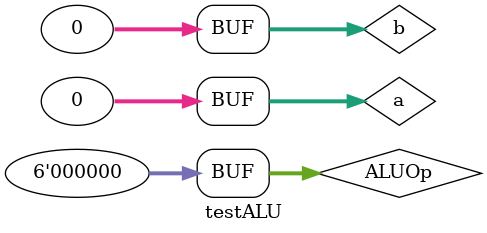
<source format=v>
`timescale 1ns / 1ps


module testALU;

	// Inputs
	reg [31:0] a;
	reg [31:0] b;
	reg [5:0] ALUOp;

	// Outputs
	wire [31:0] out;
	wire zero;

	// Instantiate the Unit Under Test (UUT)
	ALU uut (
		.a(a), 
		.b(b), 
		.ALUOp(ALUOp), 
		.out(out), 
		.zero(zero)
	);

	initial begin
		// Initialize Inputs
		a = 0;
		b = 0;
		ALUOp = 0;

		// Wait 100 ns for global reset to finish
		#100;
        
		// Add stimulus here
		
	end
      
endmodule


</source>
